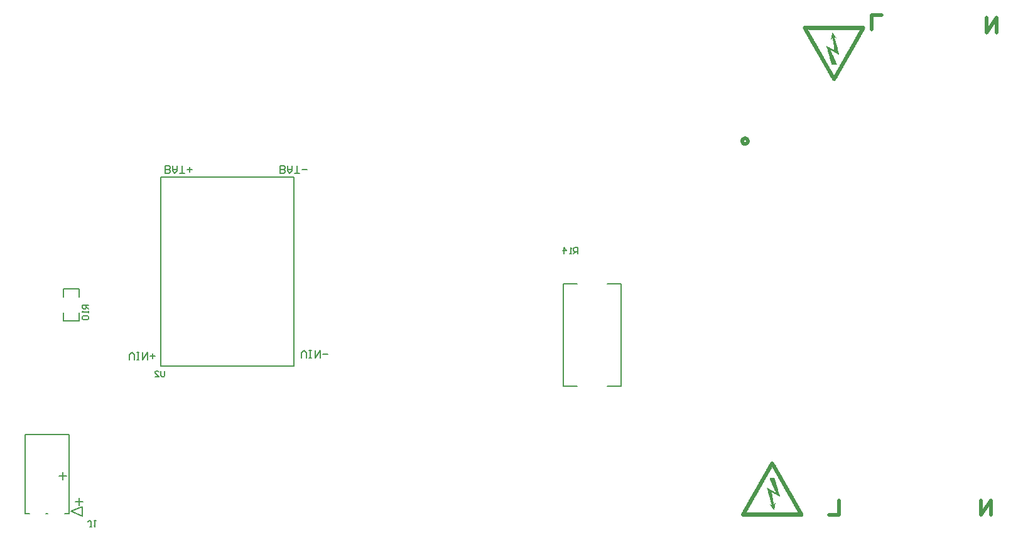
<source format=gbo>
G04*
G04 #@! TF.GenerationSoftware,Altium Limited,Altium Designer,24.5.2 (23)*
G04*
G04 Layer_Color=32896*
%FSLAX25Y25*%
%MOIN*%
G70*
G04*
G04 #@! TF.SameCoordinates,5A7CA482-B8EE-4E14-9011-BDAD66A85337*
G04*
G04*
G04 #@! TF.FilePolarity,Positive*
G04*
G01*
G75*
%ADD10C,0.00600*%
%ADD11C,0.00787*%
%ADD13C,0.02000*%
%ADD16C,0.00500*%
%ADD18C,0.00669*%
%ADD19C,0.01968*%
%ADD137C,0.00709*%
G36*
X413112Y39686D02*
X413255D01*
Y39542D01*
X413399D01*
Y39399D01*
X413543D01*
Y39255D01*
X413686D01*
Y38968D01*
X413830D01*
Y38681D01*
X413973D01*
Y38537D01*
X414117D01*
Y38250D01*
X414261D01*
Y37963D01*
X414404D01*
Y37819D01*
X414548D01*
Y37532D01*
X414691D01*
Y37245D01*
X414835D01*
Y36957D01*
X414979D01*
Y36814D01*
X415122D01*
Y36527D01*
X415266D01*
Y36239D01*
X415410D01*
Y35952D01*
X415553D01*
Y35809D01*
X415697D01*
Y35521D01*
X415840D01*
Y35234D01*
X415984D01*
Y34947D01*
X416128D01*
Y34660D01*
X416271D01*
Y34516D01*
X416415D01*
Y34229D01*
X416559D01*
Y33942D01*
X416702D01*
Y33654D01*
X416846D01*
Y33511D01*
X416989D01*
Y33223D01*
X417133D01*
Y32936D01*
X417277D01*
Y32649D01*
X417420D01*
Y32505D01*
X417564D01*
Y32218D01*
X417707D01*
Y31931D01*
X417851D01*
Y31787D01*
X417995D01*
Y31500D01*
X418138D01*
Y31213D01*
X418282D01*
Y30926D01*
X418426D01*
Y30638D01*
X418569D01*
Y30495D01*
X418713D01*
Y30207D01*
X418856D01*
Y29920D01*
X419000D01*
Y29633D01*
X419144D01*
Y29489D01*
X419287D01*
Y29202D01*
X419431D01*
Y28915D01*
X419574D01*
Y28628D01*
X419718D01*
Y28484D01*
X419862D01*
Y28197D01*
X420005D01*
Y27910D01*
X420149D01*
Y27622D01*
X420293D01*
Y27479D01*
X420436D01*
Y27191D01*
X420580D01*
Y26904D01*
X420723D01*
Y26617D01*
X420867D01*
Y26473D01*
X421011D01*
Y26186D01*
X421154D01*
Y25899D01*
X421298D01*
Y25755D01*
X421442D01*
Y25468D01*
X421585D01*
Y25181D01*
X421729D01*
Y24894D01*
X421872D01*
Y24606D01*
X422016D01*
Y24463D01*
X422160D01*
Y24175D01*
X422303D01*
Y23888D01*
X422447D01*
Y23745D01*
X422590D01*
Y23458D01*
X422734D01*
Y23170D01*
X422878D01*
Y22883D01*
X423021D01*
Y22596D01*
X423165D01*
Y22452D01*
X423309D01*
Y22165D01*
X423452D01*
Y21878D01*
X423596D01*
Y21590D01*
X423739D01*
Y21447D01*
X423883D01*
Y21160D01*
X424027D01*
Y20872D01*
X424170D01*
Y20729D01*
X424314D01*
Y20441D01*
X424457D01*
Y20154D01*
X424601D01*
Y19867D01*
X424745D01*
Y19723D01*
X424888D01*
Y19436D01*
X425032D01*
Y19149D01*
X425176D01*
Y18862D01*
X425319D01*
Y18575D01*
X425463D01*
Y18431D01*
X425606D01*
Y18144D01*
X425750D01*
Y17856D01*
X425894D01*
Y17569D01*
X426037D01*
Y17425D01*
X426181D01*
Y17138D01*
X426325D01*
Y16851D01*
X426468D01*
Y16564D01*
X426612D01*
Y16420D01*
X426755D01*
Y16133D01*
X426899D01*
Y15846D01*
X427043D01*
Y15559D01*
X427186D01*
Y15415D01*
X427330D01*
Y15128D01*
X427473D01*
Y14840D01*
X427617D01*
Y14553D01*
X427761D01*
Y14410D01*
X427904D01*
Y14122D01*
X428048D01*
Y13835D01*
X428192D01*
Y13548D01*
X428335D01*
Y13404D01*
X428479D01*
Y13117D01*
X428622D01*
Y12830D01*
X428766D01*
Y12542D01*
X428910D01*
Y12399D01*
X429053D01*
Y11968D01*
X429197D01*
Y11537D01*
X429053D01*
Y11250D01*
X428910D01*
Y10963D01*
X428766D01*
Y10819D01*
X428622D01*
Y10676D01*
X396739D01*
Y10819D01*
X396452D01*
Y10963D01*
X396308D01*
Y11106D01*
X396165D01*
Y11394D01*
X396021D01*
Y11968D01*
X396165D01*
Y12399D01*
X396308D01*
Y12686D01*
X396452D01*
Y12973D01*
X396596D01*
Y13117D01*
X396739D01*
Y13404D01*
X396883D01*
Y13691D01*
X397027D01*
Y13979D01*
X397170D01*
Y14122D01*
X397314D01*
Y14410D01*
X397458D01*
Y14697D01*
X397601D01*
Y14840D01*
X397745D01*
Y15128D01*
X397888D01*
Y15415D01*
X398032D01*
Y15702D01*
X398176D01*
Y15846D01*
X398319D01*
Y16133D01*
X398463D01*
Y16420D01*
X398606D01*
Y16707D01*
X398750D01*
Y16851D01*
X398894D01*
Y17138D01*
X399037D01*
Y17425D01*
X399181D01*
Y17713D01*
X399324D01*
Y17856D01*
X399468D01*
Y18144D01*
X399612D01*
Y18431D01*
X399755D01*
Y18718D01*
X399899D01*
Y18862D01*
X400042D01*
Y19149D01*
X400186D01*
Y19436D01*
X400330D01*
Y19723D01*
X400473D01*
Y19867D01*
X400617D01*
Y20154D01*
X400761D01*
Y20441D01*
X400904D01*
Y20729D01*
X401048D01*
Y20872D01*
X401192D01*
Y21160D01*
X401335D01*
Y21447D01*
X401479D01*
Y21734D01*
X401622D01*
Y21878D01*
X401766D01*
Y22165D01*
X401910D01*
Y22452D01*
X402053D01*
Y22739D01*
X402197D01*
Y22883D01*
X402340D01*
Y23170D01*
X402484D01*
Y23458D01*
X402628D01*
Y23745D01*
X402771D01*
Y24032D01*
X402915D01*
Y24175D01*
X403058D01*
Y24463D01*
X403202D01*
Y24750D01*
X403346D01*
Y24894D01*
X403489D01*
Y25181D01*
X403633D01*
Y25468D01*
X403777D01*
Y25755D01*
X403920D01*
Y25899D01*
X404064D01*
Y26186D01*
X404208D01*
Y26473D01*
X404351D01*
Y26761D01*
X404495D01*
Y27048D01*
X404638D01*
Y27191D01*
X404782D01*
Y27479D01*
X404925D01*
Y27766D01*
X405069D01*
Y27910D01*
X405213D01*
Y28197D01*
X405356D01*
Y28484D01*
X405500D01*
Y28771D01*
X405644D01*
Y28915D01*
X405787D01*
Y29202D01*
X405931D01*
Y29489D01*
X406074D01*
Y29777D01*
X406218D01*
Y29920D01*
X406362D01*
Y30207D01*
X406505D01*
Y30495D01*
X406649D01*
Y30782D01*
X406792D01*
Y30926D01*
X406936D01*
Y31213D01*
X407080D01*
Y31500D01*
X407223D01*
Y31787D01*
X407367D01*
Y31931D01*
X407511D01*
Y32218D01*
X407654D01*
Y32505D01*
X407798D01*
Y32792D01*
X407941D01*
Y32936D01*
X408085D01*
Y33223D01*
X408229D01*
Y33511D01*
X408372D01*
Y33798D01*
X408516D01*
Y33942D01*
X408660D01*
Y34229D01*
X408803D01*
Y34516D01*
X408947D01*
Y34803D01*
X409090D01*
Y34947D01*
X409234D01*
Y35234D01*
X409378D01*
Y35521D01*
X409521D01*
Y35809D01*
X409665D01*
Y35952D01*
X409808D01*
Y36239D01*
X409952D01*
Y36527D01*
X410096D01*
Y36814D01*
X410239D01*
Y37101D01*
X410383D01*
Y37245D01*
X410527D01*
Y37532D01*
X410670D01*
Y37819D01*
X410814D01*
Y38106D01*
X410957D01*
Y38250D01*
X411101D01*
Y38537D01*
X411245D01*
Y38824D01*
X411388D01*
Y38968D01*
X411532D01*
Y39255D01*
X411676D01*
Y39542D01*
X411963D01*
Y39686D01*
X412106D01*
Y39830D01*
X413112D01*
Y39686D01*
D02*
G37*
G36*
X461298Y270995D02*
X461585D01*
Y270851D01*
X461729D01*
Y270708D01*
X461872D01*
Y270420D01*
X462016D01*
Y269846D01*
X461872D01*
Y269415D01*
X461729D01*
Y269128D01*
X461585D01*
Y268840D01*
X461442D01*
Y268697D01*
X461298D01*
Y268410D01*
X461154D01*
Y268122D01*
X461011D01*
Y267835D01*
X460867D01*
Y267691D01*
X460723D01*
Y267404D01*
X460580D01*
Y267117D01*
X460436D01*
Y266973D01*
X460293D01*
Y266686D01*
X460149D01*
Y266399D01*
X460005D01*
Y266112D01*
X459862D01*
Y265968D01*
X459718D01*
Y265681D01*
X459575D01*
Y265394D01*
X459431D01*
Y265106D01*
X459287D01*
Y264963D01*
X459144D01*
Y264675D01*
X459000D01*
Y264388D01*
X458856D01*
Y264101D01*
X458713D01*
Y263958D01*
X458569D01*
Y263670D01*
X458426D01*
Y263383D01*
X458282D01*
Y263096D01*
X458138D01*
Y262952D01*
X457995D01*
Y262665D01*
X457851D01*
Y262378D01*
X457707D01*
Y262090D01*
X457564D01*
Y261947D01*
X457420D01*
Y261660D01*
X457277D01*
Y261372D01*
X457133D01*
Y261085D01*
X456989D01*
Y260942D01*
X456846D01*
Y260654D01*
X456702D01*
Y260367D01*
X456559D01*
Y260080D01*
X456415D01*
Y259936D01*
X456271D01*
Y259649D01*
X456128D01*
Y259362D01*
X455984D01*
Y259074D01*
X455840D01*
Y258931D01*
X455697D01*
Y258644D01*
X455553D01*
Y258356D01*
X455410D01*
Y258069D01*
X455266D01*
Y257782D01*
X455122D01*
Y257638D01*
X454979D01*
Y257351D01*
X454835D01*
Y257064D01*
X454692D01*
Y256920D01*
X454548D01*
Y256633D01*
X454404D01*
Y256346D01*
X454261D01*
Y256059D01*
X454117D01*
Y255915D01*
X453973D01*
Y255628D01*
X453830D01*
Y255340D01*
X453686D01*
Y255053D01*
X453543D01*
Y254766D01*
X453399D01*
Y254622D01*
X453255D01*
Y254335D01*
X453112D01*
Y254048D01*
X452968D01*
Y253904D01*
X452824D01*
Y253617D01*
X452681D01*
Y253330D01*
X452537D01*
Y253043D01*
X452394D01*
Y252899D01*
X452250D01*
Y252612D01*
X452106D01*
Y252325D01*
X451963D01*
Y252037D01*
X451819D01*
Y251894D01*
X451676D01*
Y251606D01*
X451532D01*
Y251319D01*
X451388D01*
Y251032D01*
X451245D01*
Y250888D01*
X451101D01*
Y250601D01*
X450957D01*
Y250314D01*
X450814D01*
Y250027D01*
X450670D01*
Y249883D01*
X450527D01*
Y249596D01*
X450383D01*
Y249308D01*
X450239D01*
Y249021D01*
X450096D01*
Y248878D01*
X449952D01*
Y248590D01*
X449809D01*
Y248303D01*
X449665D01*
Y248016D01*
X449521D01*
Y247872D01*
X449378D01*
Y247585D01*
X449234D01*
Y247298D01*
X449090D01*
Y247011D01*
X448947D01*
Y246867D01*
X448803D01*
Y246580D01*
X448660D01*
Y246292D01*
X448516D01*
Y246005D01*
X448372D01*
Y245862D01*
X448229D01*
Y245574D01*
X448085D01*
Y245287D01*
X447941D01*
Y245000D01*
X447798D01*
Y244713D01*
X447654D01*
Y244569D01*
X447511D01*
Y244282D01*
X447367D01*
Y243995D01*
X447223D01*
Y243707D01*
X447080D01*
Y243564D01*
X446936D01*
Y243277D01*
X446793D01*
Y242989D01*
X446649D01*
Y242846D01*
X446505D01*
Y242559D01*
X446362D01*
Y242271D01*
X446074D01*
Y242128D01*
X445931D01*
Y241984D01*
X444925D01*
Y242128D01*
X444782D01*
Y242271D01*
X444638D01*
Y242415D01*
X444495D01*
Y242559D01*
X444351D01*
Y242846D01*
X444207D01*
Y243133D01*
X444064D01*
Y243277D01*
X443920D01*
Y243564D01*
X443777D01*
Y243851D01*
X443633D01*
Y243995D01*
X443489D01*
Y244282D01*
X443346D01*
Y244569D01*
X443202D01*
Y244856D01*
X443058D01*
Y245000D01*
X442915D01*
Y245287D01*
X442771D01*
Y245574D01*
X442628D01*
Y245862D01*
X442484D01*
Y246005D01*
X442340D01*
Y246292D01*
X442197D01*
Y246580D01*
X442053D01*
Y246867D01*
X441910D01*
Y247154D01*
X441766D01*
Y247298D01*
X441622D01*
Y247585D01*
X441479D01*
Y247872D01*
X441335D01*
Y248160D01*
X441191D01*
Y248303D01*
X441048D01*
Y248590D01*
X440904D01*
Y248878D01*
X440761D01*
Y249165D01*
X440617D01*
Y249308D01*
X440473D01*
Y249596D01*
X440330D01*
Y249883D01*
X440186D01*
Y250027D01*
X440043D01*
Y250314D01*
X439899D01*
Y250601D01*
X439755D01*
Y250888D01*
X439612D01*
Y251175D01*
X439468D01*
Y251319D01*
X439325D01*
Y251606D01*
X439181D01*
Y251894D01*
X439037D01*
Y252181D01*
X438894D01*
Y252325D01*
X438750D01*
Y252612D01*
X438606D01*
Y252899D01*
X438463D01*
Y253186D01*
X438319D01*
Y253330D01*
X438175D01*
Y253617D01*
X438032D01*
Y253904D01*
X437888D01*
Y254191D01*
X437745D01*
Y254335D01*
X437601D01*
Y254622D01*
X437457D01*
Y254910D01*
X437314D01*
Y255197D01*
X437170D01*
Y255340D01*
X437027D01*
Y255628D01*
X436883D01*
Y255915D01*
X436739D01*
Y256059D01*
X436596D01*
Y256346D01*
X436452D01*
Y256633D01*
X436308D01*
Y256920D01*
X436165D01*
Y257207D01*
X436021D01*
Y257351D01*
X435878D01*
Y257638D01*
X435734D01*
Y257926D01*
X435590D01*
Y258069D01*
X435447D01*
Y258356D01*
X435303D01*
Y258644D01*
X435160D01*
Y258931D01*
X435016D01*
Y259218D01*
X434872D01*
Y259362D01*
X434729D01*
Y259649D01*
X434585D01*
Y259936D01*
X434442D01*
Y260223D01*
X434298D01*
Y260367D01*
X434154D01*
Y260654D01*
X434011D01*
Y260942D01*
X433867D01*
Y261085D01*
X433723D01*
Y261372D01*
X433580D01*
Y261660D01*
X433436D01*
Y261947D01*
X433293D01*
Y262090D01*
X433149D01*
Y262378D01*
X433005D01*
Y262665D01*
X432862D01*
Y262952D01*
X432718D01*
Y263239D01*
X432575D01*
Y263383D01*
X432431D01*
Y263670D01*
X432287D01*
Y263958D01*
X432144D01*
Y264245D01*
X432000D01*
Y264388D01*
X431856D01*
Y264675D01*
X431713D01*
Y264963D01*
X431569D01*
Y265250D01*
X431426D01*
Y265394D01*
X431282D01*
Y265681D01*
X431138D01*
Y265968D01*
X430995D01*
Y266255D01*
X430851D01*
Y266399D01*
X430707D01*
Y266686D01*
X430564D01*
Y266973D01*
X430420D01*
Y267261D01*
X430277D01*
Y267404D01*
X430133D01*
Y267691D01*
X429989D01*
Y267979D01*
X429846D01*
Y268266D01*
X429702D01*
Y268410D01*
X429559D01*
Y268697D01*
X429415D01*
Y268984D01*
X429271D01*
Y269271D01*
X429128D01*
Y269415D01*
X428984D01*
Y269846D01*
X428840D01*
Y270277D01*
X428984D01*
Y270564D01*
X429128D01*
Y270851D01*
X429271D01*
Y270995D01*
X429415D01*
Y271138D01*
X461298D01*
Y270995D01*
D02*
G37*
%LPC*%
G36*
X412681Y36814D02*
X412537D01*
Y36670D01*
X412394D01*
Y36383D01*
X412250D01*
Y36096D01*
X412106D01*
Y35809D01*
X411963D01*
Y35665D01*
X411819D01*
Y35378D01*
X411676D01*
Y35090D01*
X411532D01*
Y34803D01*
X411388D01*
Y34660D01*
X411245D01*
Y34372D01*
X411101D01*
Y34085D01*
X410957D01*
Y33798D01*
X410814D01*
Y33654D01*
X410670D01*
Y33367D01*
X410527D01*
Y33080D01*
X410383D01*
Y32792D01*
X410239D01*
Y32649D01*
X410096D01*
Y32362D01*
X409952D01*
Y32074D01*
X409808D01*
Y31787D01*
X409665D01*
Y31644D01*
X409521D01*
Y31356D01*
X409378D01*
Y31069D01*
X409234D01*
Y30782D01*
X409090D01*
Y30495D01*
X408947D01*
Y30351D01*
X408803D01*
Y30064D01*
X408660D01*
Y29777D01*
X408516D01*
Y29489D01*
X408372D01*
Y29346D01*
X408229D01*
Y29059D01*
X408085D01*
Y28771D01*
X407941D01*
Y28484D01*
X407798D01*
Y28197D01*
X407654D01*
Y28053D01*
X407511D01*
Y27766D01*
X407367D01*
Y27479D01*
X407223D01*
Y27191D01*
X407080D01*
Y27048D01*
X406936D01*
Y26761D01*
X406792D01*
Y26473D01*
X406649D01*
Y26186D01*
X406505D01*
Y26043D01*
X406362D01*
Y25755D01*
X406218D01*
Y25468D01*
X406074D01*
Y25181D01*
X405931D01*
Y25037D01*
X405787D01*
Y24750D01*
X405644D01*
Y24463D01*
X405500D01*
Y24175D01*
X405356D01*
Y24032D01*
X405213D01*
Y23745D01*
X405069D01*
Y23458D01*
X404925D01*
Y23170D01*
X404782D01*
Y23027D01*
X404638D01*
Y22739D01*
X404495D01*
Y22452D01*
X404351D01*
Y22165D01*
X404208D01*
Y22021D01*
X404064D01*
Y21734D01*
X403920D01*
Y21447D01*
X403777D01*
Y21160D01*
X403633D01*
Y21016D01*
X403489D01*
Y20729D01*
X403346D01*
Y20441D01*
X403202D01*
Y20154D01*
X403058D01*
Y19867D01*
X402915D01*
Y19723D01*
X402771D01*
Y19436D01*
X402628D01*
Y19149D01*
X402484D01*
Y18862D01*
X402340D01*
Y18718D01*
X402197D01*
Y18431D01*
X402053D01*
Y18144D01*
X401910D01*
Y17856D01*
X401766D01*
Y17569D01*
X401622D01*
Y17425D01*
X401479D01*
Y17138D01*
X401335D01*
Y16851D01*
X401192D01*
Y16564D01*
X401048D01*
Y16420D01*
X400904D01*
Y16133D01*
X400761D01*
Y15846D01*
X400617D01*
Y15559D01*
X400473D01*
Y15271D01*
X400330D01*
Y15128D01*
X400186D01*
Y14840D01*
X400042D01*
Y14553D01*
X399899D01*
Y14266D01*
X399755D01*
Y14122D01*
X399612D01*
Y13835D01*
X399468D01*
Y13548D01*
X399324D01*
Y13404D01*
X399181D01*
Y13117D01*
X399037D01*
Y12830D01*
X426037D01*
Y12686D01*
X426181D01*
Y13117D01*
X426037D01*
Y13261D01*
X425894D01*
Y13548D01*
X425750D01*
Y13835D01*
X425606D01*
Y14122D01*
X425463D01*
Y14266D01*
X425319D01*
Y14553D01*
X425176D01*
Y14840D01*
X425032D01*
Y15128D01*
X424888D01*
Y15415D01*
X424745D01*
Y15559D01*
X424601D01*
Y15846D01*
X424457D01*
Y16133D01*
X424314D01*
Y16420D01*
X424170D01*
Y16564D01*
X424027D01*
Y16851D01*
X423883D01*
Y17138D01*
X423739D01*
Y17425D01*
X423596D01*
Y17569D01*
X423452D01*
Y17856D01*
X423309D01*
Y18144D01*
X423165D01*
Y18431D01*
X423021D01*
Y18575D01*
X422878D01*
Y18862D01*
X422734D01*
Y19149D01*
X422590D01*
Y19436D01*
X422447D01*
Y19580D01*
X422303D01*
Y19867D01*
X422160D01*
Y20154D01*
X422016D01*
Y20441D01*
X421872D01*
Y20585D01*
X421729D01*
Y20872D01*
X421585D01*
Y21160D01*
X421442D01*
Y21447D01*
X421298D01*
Y21590D01*
X421154D01*
Y21878D01*
X421011D01*
Y22165D01*
X420867D01*
Y22452D01*
X420723D01*
Y22739D01*
X420580D01*
Y22883D01*
X420436D01*
Y23170D01*
X420293D01*
Y23458D01*
X420149D01*
Y23745D01*
X420005D01*
Y23888D01*
X419862D01*
Y24175D01*
X419718D01*
Y24463D01*
X419574D01*
Y24606D01*
X419431D01*
Y24894D01*
X419287D01*
Y25181D01*
X419144D01*
Y25468D01*
X419000D01*
Y25755D01*
X418856D01*
Y25899D01*
X418713D01*
Y26186D01*
X418569D01*
Y26473D01*
X418426D01*
Y26761D01*
X418282D01*
Y27048D01*
X418138D01*
Y27191D01*
X417995D01*
Y27479D01*
X417851D01*
Y27766D01*
X417707D01*
Y28053D01*
X417564D01*
Y28197D01*
X417420D01*
Y28484D01*
X417277D01*
Y28771D01*
X417133D01*
Y29059D01*
X416989D01*
Y29346D01*
X416846D01*
Y29489D01*
X416702D01*
Y29777D01*
X416559D01*
Y30064D01*
X416415D01*
Y30207D01*
X416271D01*
Y30495D01*
X416128D01*
Y30782D01*
X415984D01*
Y31069D01*
X415840D01*
Y31356D01*
X415697D01*
Y31500D01*
X415553D01*
Y31787D01*
X415410D01*
Y32074D01*
X415266D01*
Y32362D01*
X415122D01*
Y32505D01*
X414979D01*
Y32792D01*
X414835D01*
Y33080D01*
X414691D01*
Y33367D01*
X414548D01*
Y33511D01*
X414404D01*
Y33798D01*
X414261D01*
Y34085D01*
X414117D01*
Y34372D01*
X413973D01*
Y34516D01*
X413830D01*
Y34803D01*
X413686D01*
Y35090D01*
X413543D01*
Y35378D01*
X413399D01*
Y35521D01*
X413255D01*
Y35809D01*
X413112D01*
Y36096D01*
X412968D01*
Y36383D01*
X412824D01*
Y36527D01*
X412681D01*
Y36814D01*
D02*
G37*
%LPD*%
G36*
X413686Y31069D02*
X413973D01*
Y30638D01*
X414117D01*
Y30064D01*
X414261D01*
Y29633D01*
X414404D01*
Y29059D01*
X414548D01*
Y28628D01*
X414691D01*
Y28053D01*
X414835D01*
Y27622D01*
X414979D01*
Y27048D01*
X415122D01*
Y26617D01*
X415266D01*
Y26043D01*
X415410D01*
Y25612D01*
X415553D01*
Y25037D01*
X415697D01*
Y24606D01*
X415840D01*
Y24032D01*
X415984D01*
Y23601D01*
X416128D01*
Y23027D01*
X416271D01*
Y22596D01*
X416415D01*
Y22165D01*
X416559D01*
Y21590D01*
X416702D01*
Y21303D01*
X416415D01*
Y21447D01*
X416128D01*
Y21590D01*
X415840D01*
Y21734D01*
X415553D01*
Y21878D01*
X415266D01*
Y22021D01*
X414979D01*
Y22165D01*
X414835D01*
Y22309D01*
X414548D01*
Y22452D01*
X414261D01*
Y22596D01*
X413973D01*
Y22739D01*
X413686D01*
Y22883D01*
X413399D01*
Y23027D01*
X413255D01*
Y23170D01*
X412968D01*
Y23314D01*
X412681D01*
Y23458D01*
X412537D01*
Y22452D01*
X412681D01*
Y21590D01*
X412824D01*
Y20585D01*
X412968D01*
Y19580D01*
X413112D01*
Y18575D01*
X413255D01*
Y17569D01*
X413399D01*
Y17138D01*
X413686D01*
Y17425D01*
X413830D01*
Y17569D01*
X413973D01*
Y17856D01*
X414261D01*
Y17282D01*
X414117D01*
Y16420D01*
X413973D01*
Y15415D01*
X413830D01*
Y14553D01*
X413686D01*
Y13979D01*
X413543D01*
Y14122D01*
X413399D01*
Y14266D01*
X413255D01*
Y14553D01*
X413112D01*
Y14697D01*
X412968D01*
Y14840D01*
X412824D01*
Y15128D01*
X412681D01*
Y15271D01*
X412537D01*
Y15559D01*
X412394D01*
Y15702D01*
X412250D01*
Y15989D01*
X412106D01*
Y16133D01*
X411963D01*
Y16420D01*
X411819D01*
Y16564D01*
X411676D01*
Y16851D01*
X411532D01*
Y16995D01*
X411388D01*
Y17138D01*
X411245D01*
Y17425D01*
X411388D01*
Y17282D01*
X411676D01*
Y17138D01*
X411819D01*
Y16995D01*
X412106D01*
Y16851D01*
X412250D01*
Y17425D01*
X412106D01*
Y17856D01*
X411963D01*
Y18431D01*
X411819D01*
Y18862D01*
X411676D01*
Y19436D01*
X411532D01*
Y20011D01*
X411388D01*
Y20441D01*
X411245D01*
Y21016D01*
X411101D01*
Y21590D01*
X410957D01*
Y22021D01*
X410814D01*
Y22596D01*
X410670D01*
Y23027D01*
X410527D01*
Y23745D01*
X410383D01*
Y24175D01*
X410239D01*
Y24750D01*
X410096D01*
Y25181D01*
X409952D01*
Y25755D01*
X409808D01*
Y25899D01*
X410239D01*
Y25755D01*
X410527D01*
Y25612D01*
X410814D01*
Y25468D01*
X411101D01*
Y25324D01*
X411245D01*
Y25181D01*
X411532D01*
Y25037D01*
X411819D01*
Y24894D01*
X412106D01*
Y24750D01*
X412250D01*
Y24606D01*
X412537D01*
Y24463D01*
X412824D01*
Y24319D01*
X413112D01*
Y24175D01*
X413399D01*
Y24032D01*
X413543D01*
Y23888D01*
X413830D01*
Y23745D01*
X414117D01*
Y23601D01*
X414404D01*
Y23745D01*
X414261D01*
Y24175D01*
X414117D01*
Y24463D01*
X413973D01*
Y24750D01*
X413830D01*
Y25037D01*
X413686D01*
Y25324D01*
X413543D01*
Y25755D01*
X413399D01*
Y26043D01*
X413255D01*
Y26330D01*
X413112D01*
Y26617D01*
X412968D01*
Y27048D01*
X412824D01*
Y27335D01*
X412681D01*
Y27622D01*
X412537D01*
Y27910D01*
X412394D01*
Y28340D01*
X412250D01*
Y28628D01*
X412106D01*
Y28915D01*
X411963D01*
Y29202D01*
X411819D01*
Y29633D01*
X411676D01*
Y29920D01*
X411532D01*
Y30207D01*
X411388D01*
Y30638D01*
X411245D01*
Y30926D01*
X411101D01*
Y31069D01*
X411245D01*
Y31213D01*
X413686D01*
Y31069D01*
D02*
G37*
%LPC*%
G36*
X432000Y269128D02*
X431856D01*
Y268697D01*
X432000D01*
Y268553D01*
X432144D01*
Y268266D01*
X432287D01*
Y267979D01*
X432431D01*
Y267691D01*
X432575D01*
Y267548D01*
X432718D01*
Y267261D01*
X432862D01*
Y266973D01*
X433005D01*
Y266686D01*
X433149D01*
Y266399D01*
X433293D01*
Y266255D01*
X433436D01*
Y265968D01*
X433580D01*
Y265681D01*
X433723D01*
Y265394D01*
X433867D01*
Y265250D01*
X434011D01*
Y264963D01*
X434154D01*
Y264675D01*
X434298D01*
Y264388D01*
X434442D01*
Y264245D01*
X434585D01*
Y263958D01*
X434729D01*
Y263670D01*
X434872D01*
Y263383D01*
X435016D01*
Y263239D01*
X435160D01*
Y262952D01*
X435303D01*
Y262665D01*
X435447D01*
Y262378D01*
X435590D01*
Y262234D01*
X435734D01*
Y261947D01*
X435878D01*
Y261660D01*
X436021D01*
Y261372D01*
X436165D01*
Y261229D01*
X436308D01*
Y260942D01*
X436452D01*
Y260654D01*
X436596D01*
Y260367D01*
X436739D01*
Y260223D01*
X436883D01*
Y259936D01*
X437027D01*
Y259649D01*
X437170D01*
Y259362D01*
X437314D01*
Y259074D01*
X437457D01*
Y258931D01*
X437601D01*
Y258644D01*
X437745D01*
Y258356D01*
X437888D01*
Y258069D01*
X438032D01*
Y257926D01*
X438175D01*
Y257638D01*
X438319D01*
Y257351D01*
X438463D01*
Y257207D01*
X438606D01*
Y256920D01*
X438750D01*
Y256633D01*
X438894D01*
Y256346D01*
X439037D01*
Y256059D01*
X439181D01*
Y255915D01*
X439325D01*
Y255628D01*
X439468D01*
Y255340D01*
X439612D01*
Y255053D01*
X439755D01*
Y254766D01*
X439899D01*
Y254622D01*
X440043D01*
Y254335D01*
X440186D01*
Y254048D01*
X440330D01*
Y253761D01*
X440473D01*
Y253617D01*
X440617D01*
Y253330D01*
X440761D01*
Y253043D01*
X440904D01*
Y252755D01*
X441048D01*
Y252468D01*
X441191D01*
Y252325D01*
X441335D01*
Y252037D01*
X441479D01*
Y251750D01*
X441622D01*
Y251606D01*
X441766D01*
Y251319D01*
X441910D01*
Y251032D01*
X442053D01*
Y250745D01*
X442197D01*
Y250458D01*
X442340D01*
Y250314D01*
X442484D01*
Y250027D01*
X442628D01*
Y249739D01*
X442771D01*
Y249452D01*
X442915D01*
Y249308D01*
X443058D01*
Y249021D01*
X443202D01*
Y248734D01*
X443346D01*
Y248447D01*
X443489D01*
Y248303D01*
X443633D01*
Y248016D01*
X443777D01*
Y247729D01*
X443920D01*
Y247442D01*
X444064D01*
Y247298D01*
X444207D01*
Y247011D01*
X444351D01*
Y246723D01*
X444495D01*
Y246436D01*
X444638D01*
Y246292D01*
X444782D01*
Y246005D01*
X444925D01*
Y245718D01*
X445069D01*
Y245431D01*
X445213D01*
Y245287D01*
X445356D01*
Y245000D01*
X445500D01*
Y245144D01*
X445644D01*
Y245431D01*
X445787D01*
Y245718D01*
X445931D01*
Y246005D01*
X446074D01*
Y246149D01*
X446218D01*
Y246436D01*
X446362D01*
Y246723D01*
X446505D01*
Y247011D01*
X446649D01*
Y247154D01*
X446793D01*
Y247442D01*
X446936D01*
Y247729D01*
X447080D01*
Y248016D01*
X447223D01*
Y248160D01*
X447367D01*
Y248447D01*
X447511D01*
Y248734D01*
X447654D01*
Y249021D01*
X447798D01*
Y249165D01*
X447941D01*
Y249452D01*
X448085D01*
Y249739D01*
X448229D01*
Y250027D01*
X448372D01*
Y250170D01*
X448516D01*
Y250458D01*
X448660D01*
Y250745D01*
X448803D01*
Y251032D01*
X448947D01*
Y251319D01*
X449090D01*
Y251463D01*
X449234D01*
Y251750D01*
X449378D01*
Y252037D01*
X449521D01*
Y252325D01*
X449665D01*
Y252468D01*
X449809D01*
Y252755D01*
X449952D01*
Y253043D01*
X450096D01*
Y253330D01*
X450239D01*
Y253617D01*
X450383D01*
Y253761D01*
X450527D01*
Y254048D01*
X450670D01*
Y254335D01*
X450814D01*
Y254622D01*
X450957D01*
Y254766D01*
X451101D01*
Y255053D01*
X451245D01*
Y255340D01*
X451388D01*
Y255628D01*
X451532D01*
Y255771D01*
X451676D01*
Y256059D01*
X451819D01*
Y256346D01*
X451963D01*
Y256633D01*
X452106D01*
Y256777D01*
X452250D01*
Y257064D01*
X452394D01*
Y257351D01*
X452537D01*
Y257638D01*
X452681D01*
Y257782D01*
X452824D01*
Y258069D01*
X452968D01*
Y258356D01*
X453112D01*
Y258644D01*
X453255D01*
Y258787D01*
X453399D01*
Y259074D01*
X453543D01*
Y259362D01*
X453686D01*
Y259649D01*
X453830D01*
Y259792D01*
X453973D01*
Y260080D01*
X454117D01*
Y260367D01*
X454261D01*
Y260654D01*
X454404D01*
Y260798D01*
X454548D01*
Y261085D01*
X454692D01*
Y261372D01*
X454835D01*
Y261660D01*
X454979D01*
Y261947D01*
X455122D01*
Y262090D01*
X455266D01*
Y262378D01*
X455410D01*
Y262665D01*
X455553D01*
Y262952D01*
X455697D01*
Y263096D01*
X455840D01*
Y263383D01*
X455984D01*
Y263670D01*
X456128D01*
Y263958D01*
X456271D01*
Y264245D01*
X456415D01*
Y264388D01*
X456559D01*
Y264675D01*
X456702D01*
Y264963D01*
X456846D01*
Y265250D01*
X456989D01*
Y265394D01*
X457133D01*
Y265681D01*
X457277D01*
Y265968D01*
X457420D01*
Y266255D01*
X457564D01*
Y266543D01*
X457707D01*
Y266686D01*
X457851D01*
Y266973D01*
X457995D01*
Y267261D01*
X458138D01*
Y267548D01*
X458282D01*
Y267691D01*
X458426D01*
Y267979D01*
X458569D01*
Y268266D01*
X458713D01*
Y268410D01*
X458856D01*
Y268697D01*
X459000D01*
Y268984D01*
X432000D01*
Y269128D01*
D02*
G37*
%LPD*%
G36*
X444495Y267691D02*
X444638D01*
Y267548D01*
X444782D01*
Y267261D01*
X444925D01*
Y267117D01*
X445069D01*
Y266973D01*
X445213D01*
Y266686D01*
X445356D01*
Y266543D01*
X445500D01*
Y266255D01*
X445644D01*
Y266112D01*
X445787D01*
Y265825D01*
X445931D01*
Y265681D01*
X446074D01*
Y265394D01*
X446218D01*
Y265250D01*
X446362D01*
Y264963D01*
X446505D01*
Y264819D01*
X446649D01*
Y264675D01*
X446793D01*
Y264388D01*
X446649D01*
Y264532D01*
X446362D01*
Y264675D01*
X446218D01*
Y264819D01*
X445931D01*
Y264963D01*
X445787D01*
Y264388D01*
X445931D01*
Y263958D01*
X446074D01*
Y263383D01*
X446218D01*
Y262952D01*
X446362D01*
Y262378D01*
X446505D01*
Y261803D01*
X446649D01*
Y261372D01*
X446793D01*
Y260798D01*
X446936D01*
Y260223D01*
X447080D01*
Y259792D01*
X447223D01*
Y259218D01*
X447367D01*
Y258787D01*
X447511D01*
Y258069D01*
X447654D01*
Y257638D01*
X447798D01*
Y257064D01*
X447941D01*
Y256633D01*
X448085D01*
Y256059D01*
X448229D01*
Y255915D01*
X447798D01*
Y256059D01*
X447511D01*
Y256202D01*
X447223D01*
Y256346D01*
X446936D01*
Y256489D01*
X446793D01*
Y256633D01*
X446505D01*
Y256777D01*
X446218D01*
Y256920D01*
X445931D01*
Y257064D01*
X445787D01*
Y257207D01*
X445500D01*
Y257351D01*
X445213D01*
Y257495D01*
X444925D01*
Y257638D01*
X444638D01*
Y257782D01*
X444495D01*
Y257926D01*
X444207D01*
Y258069D01*
X443920D01*
Y258213D01*
X443633D01*
Y258069D01*
X443777D01*
Y257638D01*
X443920D01*
Y257351D01*
X444064D01*
Y257064D01*
X444207D01*
Y256777D01*
X444351D01*
Y256489D01*
X444495D01*
Y256059D01*
X444638D01*
Y255771D01*
X444782D01*
Y255484D01*
X444925D01*
Y255197D01*
X445069D01*
Y254766D01*
X445213D01*
Y254479D01*
X445356D01*
Y254191D01*
X445500D01*
Y253904D01*
X445644D01*
Y253473D01*
X445787D01*
Y253186D01*
X445931D01*
Y252899D01*
X446074D01*
Y252612D01*
X446218D01*
Y252181D01*
X446362D01*
Y251894D01*
X446505D01*
Y251606D01*
X446649D01*
Y251175D01*
X446793D01*
Y250888D01*
X446936D01*
Y250745D01*
X446793D01*
Y250601D01*
X444351D01*
Y250745D01*
X444064D01*
Y251175D01*
X443920D01*
Y251750D01*
X443777D01*
Y252181D01*
X443633D01*
Y252755D01*
X443489D01*
Y253186D01*
X443346D01*
Y253761D01*
X443202D01*
Y254191D01*
X443058D01*
Y254766D01*
X442915D01*
Y255197D01*
X442771D01*
Y255771D01*
X442628D01*
Y256202D01*
X442484D01*
Y256777D01*
X442340D01*
Y257207D01*
X442197D01*
Y257782D01*
X442053D01*
Y258213D01*
X441910D01*
Y258787D01*
X441766D01*
Y259218D01*
X441622D01*
Y259649D01*
X441479D01*
Y260223D01*
X441335D01*
Y260511D01*
X441622D01*
Y260367D01*
X441910D01*
Y260223D01*
X442197D01*
Y260080D01*
X442484D01*
Y259936D01*
X442771D01*
Y259792D01*
X443058D01*
Y259649D01*
X443202D01*
Y259505D01*
X443489D01*
Y259362D01*
X443777D01*
Y259218D01*
X444064D01*
Y259074D01*
X444351D01*
Y258931D01*
X444638D01*
Y258787D01*
X444782D01*
Y258644D01*
X445069D01*
Y258500D01*
X445356D01*
Y258356D01*
X445500D01*
Y259362D01*
X445356D01*
Y260223D01*
X445213D01*
Y261229D01*
X445069D01*
Y262234D01*
X444925D01*
Y263239D01*
X444782D01*
Y264245D01*
X444638D01*
Y264675D01*
X444351D01*
Y264388D01*
X444207D01*
Y264245D01*
X444064D01*
Y263958D01*
X443777D01*
Y264532D01*
X443920D01*
Y265394D01*
X444064D01*
Y266399D01*
X444207D01*
Y267261D01*
X444351D01*
Y267835D01*
X444495D01*
Y267691D01*
D02*
G37*
G54D10*
X301550Y79900D02*
X308990D01*
X301550D02*
Y134100D01*
X308990D01*
X325010D02*
X332450D01*
Y79900D01*
X325010D01*
G54D11*
X36300Y114634D02*
X44700D01*
Y118934D01*
X36300D02*
Y114634D01*
X71287Y96499D02*
X72599Y97811D01*
X73911Y96499D01*
Y93875D01*
X75223D02*
X76535D01*
X75879D01*
Y97811D01*
X75223D01*
X76535D01*
X78503D02*
Y93875D01*
X81127Y97811D01*
Y93875D01*
X82439Y95843D02*
X85062D01*
X83750Y94531D02*
Y97155D01*
X71287Y96499D02*
Y93875D01*
X44700Y127334D02*
Y131634D01*
X36300D01*
Y127334D01*
X90287Y192875D02*
Y196811D01*
X92255D01*
X92911Y196155D01*
Y195499D01*
X92255Y194843D01*
X90287D01*
X92255D01*
X92911Y194187D01*
Y193531D01*
X92255Y192875D01*
X90287D01*
X95535D02*
X96847Y194187D01*
Y196811D01*
Y194843D01*
X94223D01*
Y194187D02*
X95535Y192875D01*
X98159D02*
X100783D01*
X99471D01*
Y196811D01*
X102095Y194843D02*
X104718D01*
X103407Y193531D02*
Y196155D01*
X151287Y192875D02*
Y196811D01*
X153255D01*
X153911Y196155D01*
Y195499D01*
X153255Y194843D01*
X151287D01*
X153255D01*
X153911Y194187D01*
Y193531D01*
X153255Y192875D01*
X151287D01*
X156535D02*
X157847Y194187D01*
Y196811D01*
Y194843D01*
X155223D01*
Y194187D02*
X156535Y192875D01*
X159159D02*
X161783D01*
X160471D01*
Y196811D01*
X163095Y194843D02*
X165718D01*
X155223Y194187D02*
Y196811D01*
X94223D02*
Y194187D01*
X162787Y97499D02*
X164099Y98811D01*
X165411Y97499D01*
Y94875D01*
X166723D02*
X168035D01*
X167379D01*
Y98811D01*
X166723D01*
X168035D01*
X170003D02*
Y94875D01*
X172627Y98811D01*
Y94875D01*
X162787D02*
Y97499D01*
X173939Y96843D02*
X176562D01*
G54D13*
X397350Y208701D02*
X398360Y208523D01*
X399249Y209036D01*
X399600Y210000D01*
X399249Y210964D01*
X398360Y211477D01*
X397350Y211299D01*
X396691Y210513D01*
Y209487D01*
X397350Y208701D01*
G54D16*
X15886Y12280D02*
X18216D01*
X15886D02*
Y54366D01*
X39272D01*
Y12280D01*
X37106D01*
X40272Y13500D02*
X46272Y11000D01*
Y16000D01*
X40272Y13500D01*
X27893Y12280D02*
X27099D01*
G54D18*
X50450Y5426D02*
X50975D01*
Y8049D01*
X50450Y8574D01*
X49926D01*
X49401Y8049D01*
X50450Y5426D02*
X51500D01*
X52549Y5951D02*
X53074Y5426D01*
Y8574D01*
X53599D01*
X52549D01*
X44637Y16669D02*
Y20605D01*
X46605Y18637D02*
X42669D01*
X36137Y30169D02*
Y34105D01*
X38105Y32137D02*
X34169D01*
X84876Y84926D02*
X86975D01*
X84876Y87025D01*
Y87550D01*
X85401Y88074D01*
X86450D01*
X86975Y87550D01*
X88025Y88074D02*
Y85451D01*
X88550Y84926D01*
X89599D01*
X90124Y85451D01*
Y88074D01*
X49575Y120970D02*
X48525Y122020D01*
Y121495D02*
Y123069D01*
X49575D02*
X46426D01*
Y121495D01*
X46951Y120970D01*
X48000D01*
X48525Y121495D01*
X49575Y119921D02*
Y118871D01*
Y119396D01*
X46426D01*
X46951Y119921D01*
Y117297D02*
X46426Y116772D01*
Y115723D01*
X46951Y115198D01*
X49050D01*
X49575Y115723D01*
Y116772D01*
X49050Y117297D01*
X46951D01*
X301953Y150300D02*
Y153449D01*
X303528Y151874D01*
X301429D01*
X305102Y150300D02*
X305627D01*
Y153449D01*
X306151Y152924D01*
X307201D02*
Y151874D01*
X307726Y151349D01*
X309300D01*
Y150300D02*
Y153449D01*
X307726D01*
X307201Y152924D01*
X308250Y151349D02*
X307201Y150300D01*
X306151D02*
X305102D01*
G54D19*
X442784Y11468D02*
X448032D01*
Y19340D01*
X523394Y19358D02*
Y11487D01*
X528641Y19358D01*
Y11487D01*
X526469Y267660D02*
X531716Y275532D01*
Y267660D01*
X526469D02*
Y275532D01*
X470716Y277031D02*
X465469D01*
Y269160D01*
G54D137*
X88000Y90598D02*
X158866D01*
Y190992D01*
X88000D01*
Y90598D01*
M02*

</source>
